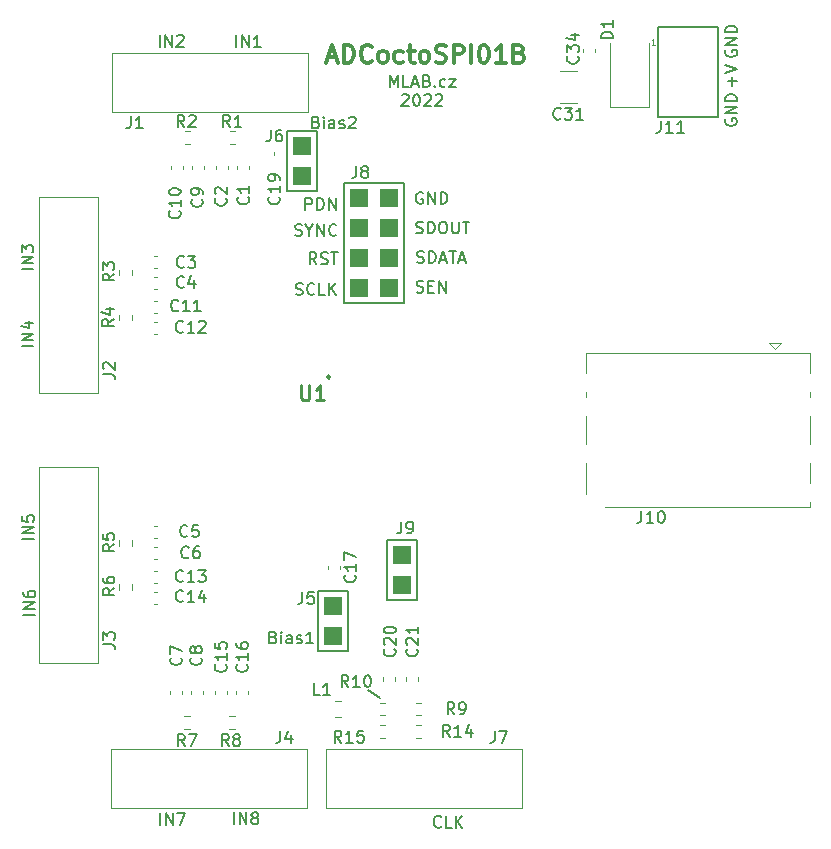
<source format=gbr>
%TF.GenerationSoftware,KiCad,Pcbnew,6.0.4-6f826c9f35~116~ubuntu20.04.1*%
%TF.CreationDate,2022-05-18T19:38:48+00:00*%
%TF.ProjectId,ADCoctoSPI01B,4144436f-6374-46f5-9350-493031422e6b,rev?*%
%TF.SameCoordinates,Original*%
%TF.FileFunction,Legend,Top*%
%TF.FilePolarity,Positive*%
%FSLAX46Y46*%
G04 Gerber Fmt 4.6, Leading zero omitted, Abs format (unit mm)*
G04 Created by KiCad (PCBNEW 6.0.4-6f826c9f35~116~ubuntu20.04.1) date 2022-05-18 19:38:48*
%MOMM*%
%LPD*%
G01*
G04 APERTURE LIST*
%ADD10C,0.150000*%
%ADD11C,0.200000*%
%ADD12C,0.300000*%
%ADD13C,0.050000*%
%ADD14C,0.254000*%
%ADD15C,0.120000*%
%ADD16C,0.250000*%
%ADD17R,1.524000X1.524000*%
G04 APERTURE END LIST*
D10*
X91100000Y-123600000D02*
X92100000Y-124300000D01*
X83100000Y-119128571D02*
X83242857Y-119176190D01*
X83290476Y-119223809D01*
X83338095Y-119319047D01*
X83338095Y-119461904D01*
X83290476Y-119557142D01*
X83242857Y-119604761D01*
X83147619Y-119652380D01*
X82766666Y-119652380D01*
X82766666Y-118652380D01*
X83100000Y-118652380D01*
X83195238Y-118700000D01*
X83242857Y-118747619D01*
X83290476Y-118842857D01*
X83290476Y-118938095D01*
X83242857Y-119033333D01*
X83195238Y-119080952D01*
X83100000Y-119128571D01*
X82766666Y-119128571D01*
X83766666Y-119652380D02*
X83766666Y-118985714D01*
X83766666Y-118652380D02*
X83719047Y-118700000D01*
X83766666Y-118747619D01*
X83814285Y-118700000D01*
X83766666Y-118652380D01*
X83766666Y-118747619D01*
X84671428Y-119652380D02*
X84671428Y-119128571D01*
X84623809Y-119033333D01*
X84528571Y-118985714D01*
X84338095Y-118985714D01*
X84242857Y-119033333D01*
X84671428Y-119604761D02*
X84576190Y-119652380D01*
X84338095Y-119652380D01*
X84242857Y-119604761D01*
X84195238Y-119509523D01*
X84195238Y-119414285D01*
X84242857Y-119319047D01*
X84338095Y-119271428D01*
X84576190Y-119271428D01*
X84671428Y-119223809D01*
X85100000Y-119604761D02*
X85195238Y-119652380D01*
X85385714Y-119652380D01*
X85480952Y-119604761D01*
X85528571Y-119509523D01*
X85528571Y-119461904D01*
X85480952Y-119366666D01*
X85385714Y-119319047D01*
X85242857Y-119319047D01*
X85147619Y-119271428D01*
X85100000Y-119176190D01*
X85100000Y-119128571D01*
X85147619Y-119033333D01*
X85242857Y-118985714D01*
X85385714Y-118985714D01*
X85480952Y-119033333D01*
X86480952Y-119652380D02*
X85909523Y-119652380D01*
X86195238Y-119652380D02*
X86195238Y-118652380D01*
X86100000Y-118795238D01*
X86004761Y-118890476D01*
X85909523Y-118938095D01*
D11*
X79975200Y-69184780D02*
X79975200Y-68184780D01*
X80451390Y-69184780D02*
X80451390Y-68184780D01*
X81022819Y-69184780D01*
X81022819Y-68184780D01*
X82022819Y-69184780D02*
X81451390Y-69184780D01*
X81737104Y-69184780D02*
X81737104Y-68184780D01*
X81641866Y-68327638D01*
X81546628Y-68422876D01*
X81451390Y-68470495D01*
X73523600Y-135021580D02*
X73523600Y-134021580D01*
X73999790Y-135021580D02*
X73999790Y-134021580D01*
X74571219Y-135021580D01*
X74571219Y-134021580D01*
X74952171Y-134021580D02*
X75618838Y-134021580D01*
X75190266Y-135021580D01*
X73472800Y-69133980D02*
X73472800Y-68133980D01*
X73948990Y-69133980D02*
X73948990Y-68133980D01*
X74520419Y-69133980D01*
X74520419Y-68133980D01*
X74948990Y-68229219D02*
X74996609Y-68181600D01*
X75091847Y-68133980D01*
X75329942Y-68133980D01*
X75425180Y-68181600D01*
X75472800Y-68229219D01*
X75520419Y-68324457D01*
X75520419Y-68419695D01*
X75472800Y-68562552D01*
X74901371Y-69133980D01*
X75520419Y-69133980D01*
X121940628Y-72437523D02*
X121940628Y-71675619D01*
X122321580Y-72056571D02*
X121559676Y-72056571D01*
X121321580Y-71342285D02*
X122321580Y-71008952D01*
X121321580Y-70675619D01*
X85009523Y-90104761D02*
X85152380Y-90152380D01*
X85390476Y-90152380D01*
X85485714Y-90104761D01*
X85533333Y-90057142D01*
X85580952Y-89961904D01*
X85580952Y-89866666D01*
X85533333Y-89771428D01*
X85485714Y-89723809D01*
X85390476Y-89676190D01*
X85200000Y-89628571D01*
X85104761Y-89580952D01*
X85057142Y-89533333D01*
X85009523Y-89438095D01*
X85009523Y-89342857D01*
X85057142Y-89247619D01*
X85104761Y-89200000D01*
X85200000Y-89152380D01*
X85438095Y-89152380D01*
X85580952Y-89200000D01*
X86580952Y-90057142D02*
X86533333Y-90104761D01*
X86390476Y-90152380D01*
X86295238Y-90152380D01*
X86152380Y-90104761D01*
X86057142Y-90009523D01*
X86009523Y-89914285D01*
X85961904Y-89723809D01*
X85961904Y-89580952D01*
X86009523Y-89390476D01*
X86057142Y-89295238D01*
X86152380Y-89200000D01*
X86295238Y-89152380D01*
X86390476Y-89152380D01*
X86533333Y-89200000D01*
X86580952Y-89247619D01*
X87485714Y-90152380D02*
X87009523Y-90152380D01*
X87009523Y-89152380D01*
X87819047Y-90152380D02*
X87819047Y-89152380D01*
X88390476Y-90152380D02*
X87961904Y-89580952D01*
X88390476Y-89152380D02*
X87819047Y-89723809D01*
D10*
X86700000Y-75528571D02*
X86842857Y-75576190D01*
X86890476Y-75623809D01*
X86938095Y-75719047D01*
X86938095Y-75861904D01*
X86890476Y-75957142D01*
X86842857Y-76004761D01*
X86747619Y-76052380D01*
X86366666Y-76052380D01*
X86366666Y-75052380D01*
X86700000Y-75052380D01*
X86795238Y-75100000D01*
X86842857Y-75147619D01*
X86890476Y-75242857D01*
X86890476Y-75338095D01*
X86842857Y-75433333D01*
X86795238Y-75480952D01*
X86700000Y-75528571D01*
X86366666Y-75528571D01*
X87366666Y-76052380D02*
X87366666Y-75385714D01*
X87366666Y-75052380D02*
X87319047Y-75100000D01*
X87366666Y-75147619D01*
X87414285Y-75100000D01*
X87366666Y-75052380D01*
X87366666Y-75147619D01*
X88271428Y-76052380D02*
X88271428Y-75528571D01*
X88223809Y-75433333D01*
X88128571Y-75385714D01*
X87938095Y-75385714D01*
X87842857Y-75433333D01*
X88271428Y-76004761D02*
X88176190Y-76052380D01*
X87938095Y-76052380D01*
X87842857Y-76004761D01*
X87795238Y-75909523D01*
X87795238Y-75814285D01*
X87842857Y-75719047D01*
X87938095Y-75671428D01*
X88176190Y-75671428D01*
X88271428Y-75623809D01*
X88700000Y-76004761D02*
X88795238Y-76052380D01*
X88985714Y-76052380D01*
X89080952Y-76004761D01*
X89128571Y-75909523D01*
X89128571Y-75861904D01*
X89080952Y-75766666D01*
X88985714Y-75719047D01*
X88842857Y-75719047D01*
X88747619Y-75671428D01*
X88700000Y-75576190D01*
X88700000Y-75528571D01*
X88747619Y-75433333D01*
X88842857Y-75385714D01*
X88985714Y-75385714D01*
X89080952Y-75433333D01*
X89509523Y-75147619D02*
X89557142Y-75100000D01*
X89652380Y-75052380D01*
X89890476Y-75052380D01*
X89985714Y-75100000D01*
X90033333Y-75147619D01*
X90080952Y-75242857D01*
X90080952Y-75338095D01*
X90033333Y-75480952D01*
X89461904Y-76052380D01*
X90080952Y-76052380D01*
D11*
X121400000Y-75261904D02*
X121352380Y-75357142D01*
X121352380Y-75500000D01*
X121400000Y-75642857D01*
X121495238Y-75738095D01*
X121590476Y-75785714D01*
X121780952Y-75833333D01*
X121923809Y-75833333D01*
X122114285Y-75785714D01*
X122209523Y-75738095D01*
X122304761Y-75642857D01*
X122352380Y-75500000D01*
X122352380Y-75404761D01*
X122304761Y-75261904D01*
X122257142Y-75214285D01*
X121923809Y-75214285D01*
X121923809Y-75404761D01*
X122352380Y-74785714D02*
X121352380Y-74785714D01*
X122352380Y-74214285D01*
X121352380Y-74214285D01*
X122352380Y-73738095D02*
X121352380Y-73738095D01*
X121352380Y-73500000D01*
X121400000Y-73357142D01*
X121495238Y-73261904D01*
X121590476Y-73214285D01*
X121780952Y-73166666D01*
X121923809Y-73166666D01*
X122114285Y-73214285D01*
X122209523Y-73261904D01*
X122304761Y-73357142D01*
X122352380Y-73500000D01*
X122352380Y-73738095D01*
X95238095Y-89904761D02*
X95380952Y-89952380D01*
X95619047Y-89952380D01*
X95714285Y-89904761D01*
X95761904Y-89857142D01*
X95809523Y-89761904D01*
X95809523Y-89666666D01*
X95761904Y-89571428D01*
X95714285Y-89523809D01*
X95619047Y-89476190D01*
X95428571Y-89428571D01*
X95333333Y-89380952D01*
X95285714Y-89333333D01*
X95238095Y-89238095D01*
X95238095Y-89142857D01*
X95285714Y-89047619D01*
X95333333Y-89000000D01*
X95428571Y-88952380D01*
X95666666Y-88952380D01*
X95809523Y-89000000D01*
X96238095Y-89428571D02*
X96571428Y-89428571D01*
X96714285Y-89952380D02*
X96238095Y-89952380D01*
X96238095Y-88952380D01*
X96714285Y-88952380D01*
X97142857Y-89952380D02*
X97142857Y-88952380D01*
X97714285Y-89952380D01*
X97714285Y-88952380D01*
X86752380Y-87552380D02*
X86419047Y-87076190D01*
X86180952Y-87552380D02*
X86180952Y-86552380D01*
X86561904Y-86552380D01*
X86657142Y-86600000D01*
X86704761Y-86647619D01*
X86752380Y-86742857D01*
X86752380Y-86885714D01*
X86704761Y-86980952D01*
X86657142Y-87028571D01*
X86561904Y-87076190D01*
X86180952Y-87076190D01*
X87133333Y-87504761D02*
X87276190Y-87552380D01*
X87514285Y-87552380D01*
X87609523Y-87504761D01*
X87657142Y-87457142D01*
X87704761Y-87361904D01*
X87704761Y-87266666D01*
X87657142Y-87171428D01*
X87609523Y-87123809D01*
X87514285Y-87076190D01*
X87323809Y-87028571D01*
X87228571Y-86980952D01*
X87180952Y-86933333D01*
X87133333Y-86838095D01*
X87133333Y-86742857D01*
X87180952Y-86647619D01*
X87228571Y-86600000D01*
X87323809Y-86552380D01*
X87561904Y-86552380D01*
X87704761Y-86600000D01*
X87990476Y-86552380D02*
X88561904Y-86552380D01*
X88276190Y-87552380D02*
X88276190Y-86552380D01*
X95738095Y-81500000D02*
X95642857Y-81452380D01*
X95500000Y-81452380D01*
X95357142Y-81500000D01*
X95261904Y-81595238D01*
X95214285Y-81690476D01*
X95166666Y-81880952D01*
X95166666Y-82023809D01*
X95214285Y-82214285D01*
X95261904Y-82309523D01*
X95357142Y-82404761D01*
X95500000Y-82452380D01*
X95595238Y-82452380D01*
X95738095Y-82404761D01*
X95785714Y-82357142D01*
X95785714Y-82023809D01*
X95595238Y-82023809D01*
X96214285Y-82452380D02*
X96214285Y-81452380D01*
X96785714Y-82452380D01*
X96785714Y-81452380D01*
X97261904Y-82452380D02*
X97261904Y-81452380D01*
X97500000Y-81452380D01*
X97642857Y-81500000D01*
X97738095Y-81595238D01*
X97785714Y-81690476D01*
X97833333Y-81880952D01*
X97833333Y-82023809D01*
X97785714Y-82214285D01*
X97738095Y-82309523D01*
X97642857Y-82404761D01*
X97500000Y-82452380D01*
X97261904Y-82452380D01*
X62936380Y-117230400D02*
X61936380Y-117230400D01*
X62936380Y-116754209D02*
X61936380Y-116754209D01*
X62936380Y-116182780D01*
X61936380Y-116182780D01*
X61936380Y-115278019D02*
X61936380Y-115468495D01*
X61984000Y-115563733D01*
X62031619Y-115611352D01*
X62174476Y-115706590D01*
X62364952Y-115754209D01*
X62745904Y-115754209D01*
X62841142Y-115706590D01*
X62888761Y-115658971D01*
X62936380Y-115563733D01*
X62936380Y-115373257D01*
X62888761Y-115278019D01*
X62841142Y-115230400D01*
X62745904Y-115182780D01*
X62507809Y-115182780D01*
X62412571Y-115230400D01*
X62364952Y-115278019D01*
X62317333Y-115373257D01*
X62317333Y-115563733D01*
X62364952Y-115658971D01*
X62412571Y-115706590D01*
X62507809Y-115754209D01*
X79772000Y-134970780D02*
X79772000Y-133970780D01*
X80248190Y-134970780D02*
X80248190Y-133970780D01*
X80819619Y-134970780D01*
X80819619Y-133970780D01*
X81438666Y-134399352D02*
X81343428Y-134351733D01*
X81295809Y-134304114D01*
X81248190Y-134208876D01*
X81248190Y-134161257D01*
X81295809Y-134066019D01*
X81343428Y-134018400D01*
X81438666Y-133970780D01*
X81629142Y-133970780D01*
X81724380Y-134018400D01*
X81772000Y-134066019D01*
X81819619Y-134161257D01*
X81819619Y-134208876D01*
X81772000Y-134304114D01*
X81724380Y-134351733D01*
X81629142Y-134399352D01*
X81438666Y-134399352D01*
X81343428Y-134446971D01*
X81295809Y-134494590D01*
X81248190Y-134589828D01*
X81248190Y-134780304D01*
X81295809Y-134875542D01*
X81343428Y-134923161D01*
X81438666Y-134970780D01*
X81629142Y-134970780D01*
X81724380Y-134923161D01*
X81772000Y-134875542D01*
X81819619Y-134780304D01*
X81819619Y-134589828D01*
X81772000Y-134494590D01*
X81724380Y-134446971D01*
X81629142Y-134399352D01*
X95276190Y-87404761D02*
X95419047Y-87452380D01*
X95657142Y-87452380D01*
X95752380Y-87404761D01*
X95800000Y-87357142D01*
X95847619Y-87261904D01*
X95847619Y-87166666D01*
X95800000Y-87071428D01*
X95752380Y-87023809D01*
X95657142Y-86976190D01*
X95466666Y-86928571D01*
X95371428Y-86880952D01*
X95323809Y-86833333D01*
X95276190Y-86738095D01*
X95276190Y-86642857D01*
X95323809Y-86547619D01*
X95371428Y-86500000D01*
X95466666Y-86452380D01*
X95704761Y-86452380D01*
X95847619Y-86500000D01*
X96276190Y-87452380D02*
X96276190Y-86452380D01*
X96514285Y-86452380D01*
X96657142Y-86500000D01*
X96752380Y-86595238D01*
X96800000Y-86690476D01*
X96847619Y-86880952D01*
X96847619Y-87023809D01*
X96800000Y-87214285D01*
X96752380Y-87309523D01*
X96657142Y-87404761D01*
X96514285Y-87452380D01*
X96276190Y-87452380D01*
X97228571Y-87166666D02*
X97704761Y-87166666D01*
X97133333Y-87452380D02*
X97466666Y-86452380D01*
X97800000Y-87452380D01*
X97990476Y-86452380D02*
X98561904Y-86452380D01*
X98276190Y-87452380D02*
X98276190Y-86452380D01*
X98847619Y-87166666D02*
X99323809Y-87166666D01*
X98752380Y-87452380D02*
X99085714Y-86452380D01*
X99419047Y-87452380D01*
X62834780Y-110829600D02*
X61834780Y-110829600D01*
X62834780Y-110353409D02*
X61834780Y-110353409D01*
X62834780Y-109781980D01*
X61834780Y-109781980D01*
X61834780Y-108829600D02*
X61834780Y-109305790D01*
X62310971Y-109353409D01*
X62263352Y-109305790D01*
X62215733Y-109210552D01*
X62215733Y-108972457D01*
X62263352Y-108877219D01*
X62310971Y-108829600D01*
X62406209Y-108781980D01*
X62644304Y-108781980D01*
X62739542Y-108829600D01*
X62787161Y-108877219D01*
X62834780Y-108972457D01*
X62834780Y-109210552D01*
X62787161Y-109305790D01*
X62739542Y-109353409D01*
X97304761Y-135157142D02*
X97257142Y-135204761D01*
X97114285Y-135252380D01*
X97019047Y-135252380D01*
X96876190Y-135204761D01*
X96780952Y-135109523D01*
X96733333Y-135014285D01*
X96685714Y-134823809D01*
X96685714Y-134680952D01*
X96733333Y-134490476D01*
X96780952Y-134395238D01*
X96876190Y-134300000D01*
X97019047Y-134252380D01*
X97114285Y-134252380D01*
X97257142Y-134300000D01*
X97304761Y-134347619D01*
X98209523Y-135252380D02*
X97733333Y-135252380D01*
X97733333Y-134252380D01*
X98542857Y-135252380D02*
X98542857Y-134252380D01*
X99114285Y-135252380D02*
X98685714Y-134680952D01*
X99114285Y-134252380D02*
X98542857Y-134823809D01*
X85814285Y-82952380D02*
X85814285Y-81952380D01*
X86195238Y-81952380D01*
X86290476Y-82000000D01*
X86338095Y-82047619D01*
X86385714Y-82142857D01*
X86385714Y-82285714D01*
X86338095Y-82380952D01*
X86290476Y-82428571D01*
X86195238Y-82476190D01*
X85814285Y-82476190D01*
X86814285Y-82952380D02*
X86814285Y-81952380D01*
X87052380Y-81952380D01*
X87195238Y-82000000D01*
X87290476Y-82095238D01*
X87338095Y-82190476D01*
X87385714Y-82380952D01*
X87385714Y-82523809D01*
X87338095Y-82714285D01*
X87290476Y-82809523D01*
X87195238Y-82904761D01*
X87052380Y-82952380D01*
X86814285Y-82952380D01*
X87814285Y-82952380D02*
X87814285Y-81952380D01*
X88385714Y-82952380D01*
X88385714Y-81952380D01*
D10*
X92961904Y-72547380D02*
X92961904Y-71547380D01*
X93295238Y-72261666D01*
X93628571Y-71547380D01*
X93628571Y-72547380D01*
X94580952Y-72547380D02*
X94104761Y-72547380D01*
X94104761Y-71547380D01*
X94866666Y-72261666D02*
X95342857Y-72261666D01*
X94771428Y-72547380D02*
X95104761Y-71547380D01*
X95438095Y-72547380D01*
X96104761Y-72023571D02*
X96247619Y-72071190D01*
X96295238Y-72118809D01*
X96342857Y-72214047D01*
X96342857Y-72356904D01*
X96295238Y-72452142D01*
X96247619Y-72499761D01*
X96152380Y-72547380D01*
X95771428Y-72547380D01*
X95771428Y-71547380D01*
X96104761Y-71547380D01*
X96200000Y-71595000D01*
X96247619Y-71642619D01*
X96295238Y-71737857D01*
X96295238Y-71833095D01*
X96247619Y-71928333D01*
X96200000Y-71975952D01*
X96104761Y-72023571D01*
X95771428Y-72023571D01*
X96771428Y-72452142D02*
X96819047Y-72499761D01*
X96771428Y-72547380D01*
X96723809Y-72499761D01*
X96771428Y-72452142D01*
X96771428Y-72547380D01*
X97676190Y-72499761D02*
X97580952Y-72547380D01*
X97390476Y-72547380D01*
X97295238Y-72499761D01*
X97247619Y-72452142D01*
X97200000Y-72356904D01*
X97200000Y-72071190D01*
X97247619Y-71975952D01*
X97295238Y-71928333D01*
X97390476Y-71880714D01*
X97580952Y-71880714D01*
X97676190Y-71928333D01*
X98009523Y-71880714D02*
X98533333Y-71880714D01*
X98009523Y-72547380D01*
X98533333Y-72547380D01*
X93985714Y-73252619D02*
X94033333Y-73205000D01*
X94128571Y-73157380D01*
X94366666Y-73157380D01*
X94461904Y-73205000D01*
X94509523Y-73252619D01*
X94557142Y-73347857D01*
X94557142Y-73443095D01*
X94509523Y-73585952D01*
X93938095Y-74157380D01*
X94557142Y-74157380D01*
X95176190Y-73157380D02*
X95271428Y-73157380D01*
X95366666Y-73205000D01*
X95414285Y-73252619D01*
X95461904Y-73347857D01*
X95509523Y-73538333D01*
X95509523Y-73776428D01*
X95461904Y-73966904D01*
X95414285Y-74062142D01*
X95366666Y-74109761D01*
X95271428Y-74157380D01*
X95176190Y-74157380D01*
X95080952Y-74109761D01*
X95033333Y-74062142D01*
X94985714Y-73966904D01*
X94938095Y-73776428D01*
X94938095Y-73538333D01*
X94985714Y-73347857D01*
X95033333Y-73252619D01*
X95080952Y-73205000D01*
X95176190Y-73157380D01*
X95890476Y-73252619D02*
X95938095Y-73205000D01*
X96033333Y-73157380D01*
X96271428Y-73157380D01*
X96366666Y-73205000D01*
X96414285Y-73252619D01*
X96461904Y-73347857D01*
X96461904Y-73443095D01*
X96414285Y-73585952D01*
X95842857Y-74157380D01*
X96461904Y-74157380D01*
X96842857Y-73252619D02*
X96890476Y-73205000D01*
X96985714Y-73157380D01*
X97223809Y-73157380D01*
X97319047Y-73205000D01*
X97366666Y-73252619D01*
X97414285Y-73347857D01*
X97414285Y-73443095D01*
X97366666Y-73585952D01*
X96795238Y-74157380D01*
X97414285Y-74157380D01*
D11*
X84961904Y-85104761D02*
X85104761Y-85152380D01*
X85342857Y-85152380D01*
X85438095Y-85104761D01*
X85485714Y-85057142D01*
X85533333Y-84961904D01*
X85533333Y-84866666D01*
X85485714Y-84771428D01*
X85438095Y-84723809D01*
X85342857Y-84676190D01*
X85152380Y-84628571D01*
X85057142Y-84580952D01*
X85009523Y-84533333D01*
X84961904Y-84438095D01*
X84961904Y-84342857D01*
X85009523Y-84247619D01*
X85057142Y-84200000D01*
X85152380Y-84152380D01*
X85390476Y-84152380D01*
X85533333Y-84200000D01*
X86152380Y-84676190D02*
X86152380Y-85152380D01*
X85819047Y-84152380D02*
X86152380Y-84676190D01*
X86485714Y-84152380D01*
X86819047Y-85152380D02*
X86819047Y-84152380D01*
X87390476Y-85152380D01*
X87390476Y-84152380D01*
X88438095Y-85057142D02*
X88390476Y-85104761D01*
X88247619Y-85152380D01*
X88152380Y-85152380D01*
X88009523Y-85104761D01*
X87914285Y-85009523D01*
X87866666Y-84914285D01*
X87819047Y-84723809D01*
X87819047Y-84580952D01*
X87866666Y-84390476D01*
X87914285Y-84295238D01*
X88009523Y-84200000D01*
X88152380Y-84152380D01*
X88247619Y-84152380D01*
X88390476Y-84200000D01*
X88438095Y-84247619D01*
X62783980Y-87969600D02*
X61783980Y-87969600D01*
X62783980Y-87493409D02*
X61783980Y-87493409D01*
X62783980Y-86921980D01*
X61783980Y-86921980D01*
X61783980Y-86541028D02*
X61783980Y-85921980D01*
X62164933Y-86255314D01*
X62164933Y-86112457D01*
X62212552Y-86017219D01*
X62260171Y-85969600D01*
X62355409Y-85921980D01*
X62593504Y-85921980D01*
X62688742Y-85969600D01*
X62736361Y-86017219D01*
X62783980Y-86112457D01*
X62783980Y-86398171D01*
X62736361Y-86493409D01*
X62688742Y-86541028D01*
X95185714Y-84904761D02*
X95328571Y-84952380D01*
X95566666Y-84952380D01*
X95661904Y-84904761D01*
X95709523Y-84857142D01*
X95757142Y-84761904D01*
X95757142Y-84666666D01*
X95709523Y-84571428D01*
X95661904Y-84523809D01*
X95566666Y-84476190D01*
X95376190Y-84428571D01*
X95280952Y-84380952D01*
X95233333Y-84333333D01*
X95185714Y-84238095D01*
X95185714Y-84142857D01*
X95233333Y-84047619D01*
X95280952Y-84000000D01*
X95376190Y-83952380D01*
X95614285Y-83952380D01*
X95757142Y-84000000D01*
X96185714Y-84952380D02*
X96185714Y-83952380D01*
X96423809Y-83952380D01*
X96566666Y-84000000D01*
X96661904Y-84095238D01*
X96709523Y-84190476D01*
X96757142Y-84380952D01*
X96757142Y-84523809D01*
X96709523Y-84714285D01*
X96661904Y-84809523D01*
X96566666Y-84904761D01*
X96423809Y-84952380D01*
X96185714Y-84952380D01*
X97376190Y-83952380D02*
X97566666Y-83952380D01*
X97661904Y-84000000D01*
X97757142Y-84095238D01*
X97804761Y-84285714D01*
X97804761Y-84619047D01*
X97757142Y-84809523D01*
X97661904Y-84904761D01*
X97566666Y-84952380D01*
X97376190Y-84952380D01*
X97280952Y-84904761D01*
X97185714Y-84809523D01*
X97138095Y-84619047D01*
X97138095Y-84285714D01*
X97185714Y-84095238D01*
X97280952Y-84000000D01*
X97376190Y-83952380D01*
X98233333Y-83952380D02*
X98233333Y-84761904D01*
X98280952Y-84857142D01*
X98328571Y-84904761D01*
X98423809Y-84952380D01*
X98614285Y-84952380D01*
X98709523Y-84904761D01*
X98757142Y-84857142D01*
X98804761Y-84761904D01*
X98804761Y-83952380D01*
X99138095Y-83952380D02*
X99709523Y-83952380D01*
X99423809Y-84952380D02*
X99423809Y-83952380D01*
X121420000Y-69443504D02*
X121372380Y-69538742D01*
X121372380Y-69681600D01*
X121420000Y-69824457D01*
X121515238Y-69919695D01*
X121610476Y-69967314D01*
X121800952Y-70014933D01*
X121943809Y-70014933D01*
X122134285Y-69967314D01*
X122229523Y-69919695D01*
X122324761Y-69824457D01*
X122372380Y-69681600D01*
X122372380Y-69586361D01*
X122324761Y-69443504D01*
X122277142Y-69395885D01*
X121943809Y-69395885D01*
X121943809Y-69586361D01*
X122372380Y-68967314D02*
X121372380Y-68967314D01*
X122372380Y-68395885D01*
X121372380Y-68395885D01*
X122372380Y-67919695D02*
X121372380Y-67919695D01*
X121372380Y-67681600D01*
X121420000Y-67538742D01*
X121515238Y-67443504D01*
X121610476Y-67395885D01*
X121800952Y-67348266D01*
X121943809Y-67348266D01*
X122134285Y-67395885D01*
X122229523Y-67443504D01*
X122324761Y-67538742D01*
X122372380Y-67681600D01*
X122372380Y-67919695D01*
X62783980Y-94472000D02*
X61783980Y-94472000D01*
X62783980Y-93995809D02*
X61783980Y-93995809D01*
X62783980Y-93424380D01*
X61783980Y-93424380D01*
X62117314Y-92519619D02*
X62783980Y-92519619D01*
X61736361Y-92757714D02*
X62450647Y-92995809D01*
X62450647Y-92376761D01*
D12*
X87714285Y-70050000D02*
X88428571Y-70050000D01*
X87571428Y-70478571D02*
X88071428Y-68978571D01*
X88571428Y-70478571D01*
X89071428Y-70478571D02*
X89071428Y-68978571D01*
X89428571Y-68978571D01*
X89642857Y-69050000D01*
X89785714Y-69192857D01*
X89857142Y-69335714D01*
X89928571Y-69621428D01*
X89928571Y-69835714D01*
X89857142Y-70121428D01*
X89785714Y-70264285D01*
X89642857Y-70407142D01*
X89428571Y-70478571D01*
X89071428Y-70478571D01*
X91428571Y-70335714D02*
X91357142Y-70407142D01*
X91142857Y-70478571D01*
X91000000Y-70478571D01*
X90785714Y-70407142D01*
X90642857Y-70264285D01*
X90571428Y-70121428D01*
X90500000Y-69835714D01*
X90500000Y-69621428D01*
X90571428Y-69335714D01*
X90642857Y-69192857D01*
X90785714Y-69050000D01*
X91000000Y-68978571D01*
X91142857Y-68978571D01*
X91357142Y-69050000D01*
X91428571Y-69121428D01*
X92285714Y-70478571D02*
X92142857Y-70407142D01*
X92071428Y-70335714D01*
X92000000Y-70192857D01*
X92000000Y-69764285D01*
X92071428Y-69621428D01*
X92142857Y-69550000D01*
X92285714Y-69478571D01*
X92500000Y-69478571D01*
X92642857Y-69550000D01*
X92714285Y-69621428D01*
X92785714Y-69764285D01*
X92785714Y-70192857D01*
X92714285Y-70335714D01*
X92642857Y-70407142D01*
X92500000Y-70478571D01*
X92285714Y-70478571D01*
X94071428Y-70407142D02*
X93928571Y-70478571D01*
X93642857Y-70478571D01*
X93500000Y-70407142D01*
X93428571Y-70335714D01*
X93357142Y-70192857D01*
X93357142Y-69764285D01*
X93428571Y-69621428D01*
X93500000Y-69550000D01*
X93642857Y-69478571D01*
X93928571Y-69478571D01*
X94071428Y-69550000D01*
X94500000Y-69478571D02*
X95071428Y-69478571D01*
X94714285Y-68978571D02*
X94714285Y-70264285D01*
X94785714Y-70407142D01*
X94928571Y-70478571D01*
X95071428Y-70478571D01*
X95785714Y-70478571D02*
X95642857Y-70407142D01*
X95571428Y-70335714D01*
X95500000Y-70192857D01*
X95500000Y-69764285D01*
X95571428Y-69621428D01*
X95642857Y-69550000D01*
X95785714Y-69478571D01*
X96000000Y-69478571D01*
X96142857Y-69550000D01*
X96214285Y-69621428D01*
X96285714Y-69764285D01*
X96285714Y-70192857D01*
X96214285Y-70335714D01*
X96142857Y-70407142D01*
X96000000Y-70478571D01*
X95785714Y-70478571D01*
X96857142Y-70407142D02*
X97071428Y-70478571D01*
X97428571Y-70478571D01*
X97571428Y-70407142D01*
X97642857Y-70335714D01*
X97714285Y-70192857D01*
X97714285Y-70050000D01*
X97642857Y-69907142D01*
X97571428Y-69835714D01*
X97428571Y-69764285D01*
X97142857Y-69692857D01*
X97000000Y-69621428D01*
X96928571Y-69550000D01*
X96857142Y-69407142D01*
X96857142Y-69264285D01*
X96928571Y-69121428D01*
X97000000Y-69050000D01*
X97142857Y-68978571D01*
X97500000Y-68978571D01*
X97714285Y-69050000D01*
X98357142Y-70478571D02*
X98357142Y-68978571D01*
X98928571Y-68978571D01*
X99071428Y-69050000D01*
X99142857Y-69121428D01*
X99214285Y-69264285D01*
X99214285Y-69478571D01*
X99142857Y-69621428D01*
X99071428Y-69692857D01*
X98928571Y-69764285D01*
X98357142Y-69764285D01*
X99857142Y-70478571D02*
X99857142Y-68978571D01*
X100857142Y-68978571D02*
X101000000Y-68978571D01*
X101142857Y-69050000D01*
X101214285Y-69121428D01*
X101285714Y-69264285D01*
X101357142Y-69550000D01*
X101357142Y-69907142D01*
X101285714Y-70192857D01*
X101214285Y-70335714D01*
X101142857Y-70407142D01*
X101000000Y-70478571D01*
X100857142Y-70478571D01*
X100714285Y-70407142D01*
X100642857Y-70335714D01*
X100571428Y-70192857D01*
X100500000Y-69907142D01*
X100500000Y-69550000D01*
X100571428Y-69264285D01*
X100642857Y-69121428D01*
X100714285Y-69050000D01*
X100857142Y-68978571D01*
X102785714Y-70478571D02*
X101928571Y-70478571D01*
X102357142Y-70478571D02*
X102357142Y-68978571D01*
X102214285Y-69192857D01*
X102071428Y-69335714D01*
X101928571Y-69407142D01*
X103928571Y-69692857D02*
X104142857Y-69764285D01*
X104214285Y-69835714D01*
X104285714Y-69978571D01*
X104285714Y-70192857D01*
X104214285Y-70335714D01*
X104142857Y-70407142D01*
X104000000Y-70478571D01*
X103428571Y-70478571D01*
X103428571Y-68978571D01*
X103928571Y-68978571D01*
X104071428Y-69050000D01*
X104142857Y-69121428D01*
X104214285Y-69264285D01*
X104214285Y-69407142D01*
X104142857Y-69550000D01*
X104071428Y-69621428D01*
X103928571Y-69692857D01*
X103428571Y-69692857D01*
D10*
%TO.C,C31*%
X107434142Y-75214782D02*
X107386523Y-75262401D01*
X107243666Y-75310020D01*
X107148428Y-75310020D01*
X107005571Y-75262401D01*
X106910333Y-75167163D01*
X106862714Y-75071925D01*
X106815095Y-74881449D01*
X106815095Y-74738592D01*
X106862714Y-74548116D01*
X106910333Y-74452878D01*
X107005571Y-74357640D01*
X107148428Y-74310020D01*
X107243666Y-74310020D01*
X107386523Y-74357640D01*
X107434142Y-74405259D01*
X107767476Y-74310020D02*
X108386523Y-74310020D01*
X108053190Y-74690973D01*
X108196047Y-74690973D01*
X108291285Y-74738592D01*
X108338904Y-74786211D01*
X108386523Y-74881449D01*
X108386523Y-75119544D01*
X108338904Y-75214782D01*
X108291285Y-75262401D01*
X108196047Y-75310020D01*
X107910333Y-75310020D01*
X107815095Y-75262401D01*
X107767476Y-75214782D01*
X109338904Y-75310020D02*
X108767476Y-75310020D01*
X109053190Y-75310020D02*
X109053190Y-74310020D01*
X108957952Y-74452878D01*
X108862714Y-74548116D01*
X108767476Y-74595735D01*
%TO.C,D1*%
X111852380Y-68438095D02*
X110852380Y-68438095D01*
X110852380Y-68200000D01*
X110900000Y-68057142D01*
X110995238Y-67961904D01*
X111090476Y-67914285D01*
X111280952Y-67866666D01*
X111423809Y-67866666D01*
X111614285Y-67914285D01*
X111709523Y-67961904D01*
X111804761Y-68057142D01*
X111852380Y-68200000D01*
X111852380Y-68438095D01*
X111852380Y-66914285D02*
X111852380Y-67485714D01*
X111852380Y-67200000D02*
X110852380Y-67200000D01*
X110995238Y-67295238D01*
X111090476Y-67390476D01*
X111138095Y-67485714D01*
%TO.C,R1*%
X79436933Y-75941180D02*
X79103600Y-75464990D01*
X78865504Y-75941180D02*
X78865504Y-74941180D01*
X79246457Y-74941180D01*
X79341695Y-74988800D01*
X79389314Y-75036419D01*
X79436933Y-75131657D01*
X79436933Y-75274514D01*
X79389314Y-75369752D01*
X79341695Y-75417371D01*
X79246457Y-75464990D01*
X78865504Y-75464990D01*
X80389314Y-75941180D02*
X79817885Y-75941180D01*
X80103600Y-75941180D02*
X80103600Y-74941180D01*
X80008361Y-75084038D01*
X79913123Y-75179276D01*
X79817885Y-75226895D01*
%TO.C,R2*%
X75576133Y-75941180D02*
X75242800Y-75464990D01*
X75004704Y-75941180D02*
X75004704Y-74941180D01*
X75385657Y-74941180D01*
X75480895Y-74988800D01*
X75528514Y-75036419D01*
X75576133Y-75131657D01*
X75576133Y-75274514D01*
X75528514Y-75369752D01*
X75480895Y-75417371D01*
X75385657Y-75464990D01*
X75004704Y-75464990D01*
X75957085Y-75036419D02*
X76004704Y-74988800D01*
X76099942Y-74941180D01*
X76338038Y-74941180D01*
X76433276Y-74988800D01*
X76480895Y-75036419D01*
X76528514Y-75131657D01*
X76528514Y-75226895D01*
X76480895Y-75369752D01*
X75909466Y-75941180D01*
X76528514Y-75941180D01*
%TO.C,R3*%
X69641980Y-88355466D02*
X69165790Y-88688800D01*
X69641980Y-88926895D02*
X68641980Y-88926895D01*
X68641980Y-88545942D01*
X68689600Y-88450704D01*
X68737219Y-88403085D01*
X68832457Y-88355466D01*
X68975314Y-88355466D01*
X69070552Y-88403085D01*
X69118171Y-88450704D01*
X69165790Y-88545942D01*
X69165790Y-88926895D01*
X68641980Y-88022133D02*
X68641980Y-87403085D01*
X69022933Y-87736419D01*
X69022933Y-87593561D01*
X69070552Y-87498323D01*
X69118171Y-87450704D01*
X69213409Y-87403085D01*
X69451504Y-87403085D01*
X69546742Y-87450704D01*
X69594361Y-87498323D01*
X69641980Y-87593561D01*
X69641980Y-87879276D01*
X69594361Y-87974514D01*
X69546742Y-88022133D01*
%TO.C,R4*%
X69591180Y-92216266D02*
X69114990Y-92549600D01*
X69591180Y-92787695D02*
X68591180Y-92787695D01*
X68591180Y-92406742D01*
X68638800Y-92311504D01*
X68686419Y-92263885D01*
X68781657Y-92216266D01*
X68924514Y-92216266D01*
X69019752Y-92263885D01*
X69067371Y-92311504D01*
X69114990Y-92406742D01*
X69114990Y-92787695D01*
X68924514Y-91359123D02*
X69591180Y-91359123D01*
X68543561Y-91597219D02*
X69257847Y-91835314D01*
X69257847Y-91216266D01*
%TO.C,R5*%
X69652380Y-111266666D02*
X69176190Y-111600000D01*
X69652380Y-111838095D02*
X68652380Y-111838095D01*
X68652380Y-111457142D01*
X68700000Y-111361904D01*
X68747619Y-111314285D01*
X68842857Y-111266666D01*
X68985714Y-111266666D01*
X69080952Y-111314285D01*
X69128571Y-111361904D01*
X69176190Y-111457142D01*
X69176190Y-111838095D01*
X68652380Y-110361904D02*
X68652380Y-110838095D01*
X69128571Y-110885714D01*
X69080952Y-110838095D01*
X69033333Y-110742857D01*
X69033333Y-110504761D01*
X69080952Y-110409523D01*
X69128571Y-110361904D01*
X69223809Y-110314285D01*
X69461904Y-110314285D01*
X69557142Y-110361904D01*
X69604761Y-110409523D01*
X69652380Y-110504761D01*
X69652380Y-110742857D01*
X69604761Y-110838095D01*
X69557142Y-110885714D01*
%TO.C,R6*%
X69652380Y-114966666D02*
X69176190Y-115300000D01*
X69652380Y-115538095D02*
X68652380Y-115538095D01*
X68652380Y-115157142D01*
X68700000Y-115061904D01*
X68747619Y-115014285D01*
X68842857Y-114966666D01*
X68985714Y-114966666D01*
X69080952Y-115014285D01*
X69128571Y-115061904D01*
X69176190Y-115157142D01*
X69176190Y-115538095D01*
X68652380Y-114109523D02*
X68652380Y-114300000D01*
X68700000Y-114395238D01*
X68747619Y-114442857D01*
X68890476Y-114538095D01*
X69080952Y-114585714D01*
X69461904Y-114585714D01*
X69557142Y-114538095D01*
X69604761Y-114490476D01*
X69652380Y-114395238D01*
X69652380Y-114204761D01*
X69604761Y-114109523D01*
X69557142Y-114061904D01*
X69461904Y-114014285D01*
X69223809Y-114014285D01*
X69128571Y-114061904D01*
X69080952Y-114109523D01*
X69033333Y-114204761D01*
X69033333Y-114395238D01*
X69080952Y-114490476D01*
X69128571Y-114538095D01*
X69223809Y-114585714D01*
%TO.C,R7*%
X75601533Y-128352380D02*
X75268200Y-127876190D01*
X75030104Y-128352380D02*
X75030104Y-127352380D01*
X75411057Y-127352380D01*
X75506295Y-127400000D01*
X75553914Y-127447619D01*
X75601533Y-127542857D01*
X75601533Y-127685714D01*
X75553914Y-127780952D01*
X75506295Y-127828571D01*
X75411057Y-127876190D01*
X75030104Y-127876190D01*
X75934866Y-127352380D02*
X76601533Y-127352380D01*
X76172961Y-128352380D01*
%TO.C,R8*%
X79333333Y-128352380D02*
X79000000Y-127876190D01*
X78761904Y-128352380D02*
X78761904Y-127352380D01*
X79142857Y-127352380D01*
X79238095Y-127400000D01*
X79285714Y-127447619D01*
X79333333Y-127542857D01*
X79333333Y-127685714D01*
X79285714Y-127780952D01*
X79238095Y-127828571D01*
X79142857Y-127876190D01*
X78761904Y-127876190D01*
X79904761Y-127780952D02*
X79809523Y-127733333D01*
X79761904Y-127685714D01*
X79714285Y-127590476D01*
X79714285Y-127542857D01*
X79761904Y-127447619D01*
X79809523Y-127400000D01*
X79904761Y-127352380D01*
X80095238Y-127352380D01*
X80190476Y-127400000D01*
X80238095Y-127447619D01*
X80285714Y-127542857D01*
X80285714Y-127590476D01*
X80238095Y-127685714D01*
X80190476Y-127733333D01*
X80095238Y-127780952D01*
X79904761Y-127780952D01*
X79809523Y-127828571D01*
X79761904Y-127876190D01*
X79714285Y-127971428D01*
X79714285Y-128161904D01*
X79761904Y-128257142D01*
X79809523Y-128304761D01*
X79904761Y-128352380D01*
X80095238Y-128352380D01*
X80190476Y-128304761D01*
X80238095Y-128257142D01*
X80285714Y-128161904D01*
X80285714Y-127971428D01*
X80238095Y-127876190D01*
X80190476Y-127828571D01*
X80095238Y-127780952D01*
%TO.C,R9*%
X98433333Y-125652380D02*
X98100000Y-125176190D01*
X97861904Y-125652380D02*
X97861904Y-124652380D01*
X98242857Y-124652380D01*
X98338095Y-124700000D01*
X98385714Y-124747619D01*
X98433333Y-124842857D01*
X98433333Y-124985714D01*
X98385714Y-125080952D01*
X98338095Y-125128571D01*
X98242857Y-125176190D01*
X97861904Y-125176190D01*
X98909523Y-125652380D02*
X99100000Y-125652380D01*
X99195238Y-125604761D01*
X99242857Y-125557142D01*
X99338095Y-125414285D01*
X99385714Y-125223809D01*
X99385714Y-124842857D01*
X99338095Y-124747619D01*
X99290476Y-124700000D01*
X99195238Y-124652380D01*
X99004761Y-124652380D01*
X98909523Y-124700000D01*
X98861904Y-124747619D01*
X98814285Y-124842857D01*
X98814285Y-125080952D01*
X98861904Y-125176190D01*
X98909523Y-125223809D01*
X99004761Y-125271428D01*
X99195238Y-125271428D01*
X99290476Y-125223809D01*
X99338095Y-125176190D01*
X99385714Y-125080952D01*
%TO.C,R14*%
X98057142Y-127552380D02*
X97723809Y-127076190D01*
X97485714Y-127552380D02*
X97485714Y-126552380D01*
X97866666Y-126552380D01*
X97961904Y-126600000D01*
X98009523Y-126647619D01*
X98057142Y-126742857D01*
X98057142Y-126885714D01*
X98009523Y-126980952D01*
X97961904Y-127028571D01*
X97866666Y-127076190D01*
X97485714Y-127076190D01*
X99009523Y-127552380D02*
X98438095Y-127552380D01*
X98723809Y-127552380D02*
X98723809Y-126552380D01*
X98628571Y-126695238D01*
X98533333Y-126790476D01*
X98438095Y-126838095D01*
X99866666Y-126885714D02*
X99866666Y-127552380D01*
X99628571Y-126504761D02*
X99390476Y-127219047D01*
X100009523Y-127219047D01*
%TO.C,R10*%
X89457142Y-123352380D02*
X89123809Y-122876190D01*
X88885714Y-123352380D02*
X88885714Y-122352380D01*
X89266666Y-122352380D01*
X89361904Y-122400000D01*
X89409523Y-122447619D01*
X89457142Y-122542857D01*
X89457142Y-122685714D01*
X89409523Y-122780952D01*
X89361904Y-122828571D01*
X89266666Y-122876190D01*
X88885714Y-122876190D01*
X90409523Y-123352380D02*
X89838095Y-123352380D01*
X90123809Y-123352380D02*
X90123809Y-122352380D01*
X90028571Y-122495238D01*
X89933333Y-122590476D01*
X89838095Y-122638095D01*
X91028571Y-122352380D02*
X91123809Y-122352380D01*
X91219047Y-122400000D01*
X91266666Y-122447619D01*
X91314285Y-122542857D01*
X91361904Y-122733333D01*
X91361904Y-122971428D01*
X91314285Y-123161904D01*
X91266666Y-123257142D01*
X91219047Y-123304761D01*
X91123809Y-123352380D01*
X91028571Y-123352380D01*
X90933333Y-123304761D01*
X90885714Y-123257142D01*
X90838095Y-123161904D01*
X90790476Y-122971428D01*
X90790476Y-122733333D01*
X90838095Y-122542857D01*
X90885714Y-122447619D01*
X90933333Y-122400000D01*
X91028571Y-122352380D01*
%TO.C,R15*%
X88857142Y-128052380D02*
X88523809Y-127576190D01*
X88285714Y-128052380D02*
X88285714Y-127052380D01*
X88666666Y-127052380D01*
X88761904Y-127100000D01*
X88809523Y-127147619D01*
X88857142Y-127242857D01*
X88857142Y-127385714D01*
X88809523Y-127480952D01*
X88761904Y-127528571D01*
X88666666Y-127576190D01*
X88285714Y-127576190D01*
X89809523Y-128052380D02*
X89238095Y-128052380D01*
X89523809Y-128052380D02*
X89523809Y-127052380D01*
X89428571Y-127195238D01*
X89333333Y-127290476D01*
X89238095Y-127338095D01*
X90714285Y-127052380D02*
X90238095Y-127052380D01*
X90190476Y-127528571D01*
X90238095Y-127480952D01*
X90333333Y-127433333D01*
X90571428Y-127433333D01*
X90666666Y-127480952D01*
X90714285Y-127528571D01*
X90761904Y-127623809D01*
X90761904Y-127861904D01*
X90714285Y-127957142D01*
X90666666Y-128004761D01*
X90571428Y-128052380D01*
X90333333Y-128052380D01*
X90238095Y-128004761D01*
X90190476Y-127957142D01*
%TO.C,C34*%
X108857142Y-69942857D02*
X108904761Y-69990476D01*
X108952380Y-70133333D01*
X108952380Y-70228571D01*
X108904761Y-70371428D01*
X108809523Y-70466666D01*
X108714285Y-70514285D01*
X108523809Y-70561904D01*
X108380952Y-70561904D01*
X108190476Y-70514285D01*
X108095238Y-70466666D01*
X108000000Y-70371428D01*
X107952380Y-70228571D01*
X107952380Y-70133333D01*
X108000000Y-69990476D01*
X108047619Y-69942857D01*
X107952380Y-69609523D02*
X107952380Y-68990476D01*
X108333333Y-69323809D01*
X108333333Y-69180952D01*
X108380952Y-69085714D01*
X108428571Y-69038095D01*
X108523809Y-68990476D01*
X108761904Y-68990476D01*
X108857142Y-69038095D01*
X108904761Y-69085714D01*
X108952380Y-69180952D01*
X108952380Y-69466666D01*
X108904761Y-69561904D01*
X108857142Y-69609523D01*
X108285714Y-68133333D02*
X108952380Y-68133333D01*
X107904761Y-68371428D02*
X108619047Y-68609523D01*
X108619047Y-67990476D01*
%TO.C,C1*%
X80957142Y-81866666D02*
X81004761Y-81914285D01*
X81052380Y-82057142D01*
X81052380Y-82152380D01*
X81004761Y-82295238D01*
X80909523Y-82390476D01*
X80814285Y-82438095D01*
X80623809Y-82485714D01*
X80480952Y-82485714D01*
X80290476Y-82438095D01*
X80195238Y-82390476D01*
X80100000Y-82295238D01*
X80052380Y-82152380D01*
X80052380Y-82057142D01*
X80100000Y-81914285D01*
X80147619Y-81866666D01*
X81052380Y-80914285D02*
X81052380Y-81485714D01*
X81052380Y-81200000D02*
X80052380Y-81200000D01*
X80195238Y-81295238D01*
X80290476Y-81390476D01*
X80338095Y-81485714D01*
%TO.C,C2*%
X79057142Y-81966666D02*
X79104761Y-82014285D01*
X79152380Y-82157142D01*
X79152380Y-82252380D01*
X79104761Y-82395238D01*
X79009523Y-82490476D01*
X78914285Y-82538095D01*
X78723809Y-82585714D01*
X78580952Y-82585714D01*
X78390476Y-82538095D01*
X78295238Y-82490476D01*
X78200000Y-82395238D01*
X78152380Y-82252380D01*
X78152380Y-82157142D01*
X78200000Y-82014285D01*
X78247619Y-81966666D01*
X78247619Y-81585714D02*
X78200000Y-81538095D01*
X78152380Y-81442857D01*
X78152380Y-81204761D01*
X78200000Y-81109523D01*
X78247619Y-81061904D01*
X78342857Y-81014285D01*
X78438095Y-81014285D01*
X78580952Y-81061904D01*
X79152380Y-81633333D01*
X79152380Y-81014285D01*
%TO.C,C9*%
X77057142Y-82066666D02*
X77104761Y-82114285D01*
X77152380Y-82257142D01*
X77152380Y-82352380D01*
X77104761Y-82495238D01*
X77009523Y-82590476D01*
X76914285Y-82638095D01*
X76723809Y-82685714D01*
X76580952Y-82685714D01*
X76390476Y-82638095D01*
X76295238Y-82590476D01*
X76200000Y-82495238D01*
X76152380Y-82352380D01*
X76152380Y-82257142D01*
X76200000Y-82114285D01*
X76247619Y-82066666D01*
X77152380Y-81590476D02*
X77152380Y-81400000D01*
X77104761Y-81304761D01*
X77057142Y-81257142D01*
X76914285Y-81161904D01*
X76723809Y-81114285D01*
X76342857Y-81114285D01*
X76247619Y-81161904D01*
X76200000Y-81209523D01*
X76152380Y-81304761D01*
X76152380Y-81495238D01*
X76200000Y-81590476D01*
X76247619Y-81638095D01*
X76342857Y-81685714D01*
X76580952Y-81685714D01*
X76676190Y-81638095D01*
X76723809Y-81590476D01*
X76771428Y-81495238D01*
X76771428Y-81304761D01*
X76723809Y-81209523D01*
X76676190Y-81161904D01*
X76580952Y-81114285D01*
%TO.C,C10*%
X75157142Y-83042857D02*
X75204761Y-83090476D01*
X75252380Y-83233333D01*
X75252380Y-83328571D01*
X75204761Y-83471428D01*
X75109523Y-83566666D01*
X75014285Y-83614285D01*
X74823809Y-83661904D01*
X74680952Y-83661904D01*
X74490476Y-83614285D01*
X74395238Y-83566666D01*
X74300000Y-83471428D01*
X74252380Y-83328571D01*
X74252380Y-83233333D01*
X74300000Y-83090476D01*
X74347619Y-83042857D01*
X75252380Y-82090476D02*
X75252380Y-82661904D01*
X75252380Y-82376190D02*
X74252380Y-82376190D01*
X74395238Y-82471428D01*
X74490476Y-82566666D01*
X74538095Y-82661904D01*
X74252380Y-81471428D02*
X74252380Y-81376190D01*
X74300000Y-81280952D01*
X74347619Y-81233333D01*
X74442857Y-81185714D01*
X74633333Y-81138095D01*
X74871428Y-81138095D01*
X75061904Y-81185714D01*
X75157142Y-81233333D01*
X75204761Y-81280952D01*
X75252380Y-81376190D01*
X75252380Y-81471428D01*
X75204761Y-81566666D01*
X75157142Y-81614285D01*
X75061904Y-81661904D01*
X74871428Y-81709523D01*
X74633333Y-81709523D01*
X74442857Y-81661904D01*
X74347619Y-81614285D01*
X74300000Y-81566666D01*
X74252380Y-81471428D01*
%TO.C,C3*%
X75533333Y-87757142D02*
X75485714Y-87804761D01*
X75342857Y-87852380D01*
X75247619Y-87852380D01*
X75104761Y-87804761D01*
X75009523Y-87709523D01*
X74961904Y-87614285D01*
X74914285Y-87423809D01*
X74914285Y-87280952D01*
X74961904Y-87090476D01*
X75009523Y-86995238D01*
X75104761Y-86900000D01*
X75247619Y-86852380D01*
X75342857Y-86852380D01*
X75485714Y-86900000D01*
X75533333Y-86947619D01*
X75866666Y-86852380D02*
X76485714Y-86852380D01*
X76152380Y-87233333D01*
X76295238Y-87233333D01*
X76390476Y-87280952D01*
X76438095Y-87328571D01*
X76485714Y-87423809D01*
X76485714Y-87661904D01*
X76438095Y-87757142D01*
X76390476Y-87804761D01*
X76295238Y-87852380D01*
X76009523Y-87852380D01*
X75914285Y-87804761D01*
X75866666Y-87757142D01*
%TO.C,C4*%
X75533333Y-89457142D02*
X75485714Y-89504761D01*
X75342857Y-89552380D01*
X75247619Y-89552380D01*
X75104761Y-89504761D01*
X75009523Y-89409523D01*
X74961904Y-89314285D01*
X74914285Y-89123809D01*
X74914285Y-88980952D01*
X74961904Y-88790476D01*
X75009523Y-88695238D01*
X75104761Y-88600000D01*
X75247619Y-88552380D01*
X75342857Y-88552380D01*
X75485714Y-88600000D01*
X75533333Y-88647619D01*
X76390476Y-88885714D02*
X76390476Y-89552380D01*
X76152380Y-88504761D02*
X75914285Y-89219047D01*
X76533333Y-89219047D01*
%TO.C,C11*%
X75057142Y-91457142D02*
X75009523Y-91504761D01*
X74866666Y-91552380D01*
X74771428Y-91552380D01*
X74628571Y-91504761D01*
X74533333Y-91409523D01*
X74485714Y-91314285D01*
X74438095Y-91123809D01*
X74438095Y-90980952D01*
X74485714Y-90790476D01*
X74533333Y-90695238D01*
X74628571Y-90600000D01*
X74771428Y-90552380D01*
X74866666Y-90552380D01*
X75009523Y-90600000D01*
X75057142Y-90647619D01*
X76009523Y-91552380D02*
X75438095Y-91552380D01*
X75723809Y-91552380D02*
X75723809Y-90552380D01*
X75628571Y-90695238D01*
X75533333Y-90790476D01*
X75438095Y-90838095D01*
X76961904Y-91552380D02*
X76390476Y-91552380D01*
X76676190Y-91552380D02*
X76676190Y-90552380D01*
X76580952Y-90695238D01*
X76485714Y-90790476D01*
X76390476Y-90838095D01*
%TO.C,C12*%
X75457142Y-93257142D02*
X75409523Y-93304761D01*
X75266666Y-93352380D01*
X75171428Y-93352380D01*
X75028571Y-93304761D01*
X74933333Y-93209523D01*
X74885714Y-93114285D01*
X74838095Y-92923809D01*
X74838095Y-92780952D01*
X74885714Y-92590476D01*
X74933333Y-92495238D01*
X75028571Y-92400000D01*
X75171428Y-92352380D01*
X75266666Y-92352380D01*
X75409523Y-92400000D01*
X75457142Y-92447619D01*
X76409523Y-93352380D02*
X75838095Y-93352380D01*
X76123809Y-93352380D02*
X76123809Y-92352380D01*
X76028571Y-92495238D01*
X75933333Y-92590476D01*
X75838095Y-92638095D01*
X76790476Y-92447619D02*
X76838095Y-92400000D01*
X76933333Y-92352380D01*
X77171428Y-92352380D01*
X77266666Y-92400000D01*
X77314285Y-92447619D01*
X77361904Y-92542857D01*
X77361904Y-92638095D01*
X77314285Y-92780952D01*
X76742857Y-93352380D01*
X77361904Y-93352380D01*
%TO.C,C5*%
X75833333Y-110557142D02*
X75785714Y-110604761D01*
X75642857Y-110652380D01*
X75547619Y-110652380D01*
X75404761Y-110604761D01*
X75309523Y-110509523D01*
X75261904Y-110414285D01*
X75214285Y-110223809D01*
X75214285Y-110080952D01*
X75261904Y-109890476D01*
X75309523Y-109795238D01*
X75404761Y-109700000D01*
X75547619Y-109652380D01*
X75642857Y-109652380D01*
X75785714Y-109700000D01*
X75833333Y-109747619D01*
X76738095Y-109652380D02*
X76261904Y-109652380D01*
X76214285Y-110128571D01*
X76261904Y-110080952D01*
X76357142Y-110033333D01*
X76595238Y-110033333D01*
X76690476Y-110080952D01*
X76738095Y-110128571D01*
X76785714Y-110223809D01*
X76785714Y-110461904D01*
X76738095Y-110557142D01*
X76690476Y-110604761D01*
X76595238Y-110652380D01*
X76357142Y-110652380D01*
X76261904Y-110604761D01*
X76214285Y-110557142D01*
%TO.C,C6*%
X75933333Y-112357142D02*
X75885714Y-112404761D01*
X75742857Y-112452380D01*
X75647619Y-112452380D01*
X75504761Y-112404761D01*
X75409523Y-112309523D01*
X75361904Y-112214285D01*
X75314285Y-112023809D01*
X75314285Y-111880952D01*
X75361904Y-111690476D01*
X75409523Y-111595238D01*
X75504761Y-111500000D01*
X75647619Y-111452380D01*
X75742857Y-111452380D01*
X75885714Y-111500000D01*
X75933333Y-111547619D01*
X76790476Y-111452380D02*
X76600000Y-111452380D01*
X76504761Y-111500000D01*
X76457142Y-111547619D01*
X76361904Y-111690476D01*
X76314285Y-111880952D01*
X76314285Y-112261904D01*
X76361904Y-112357142D01*
X76409523Y-112404761D01*
X76504761Y-112452380D01*
X76695238Y-112452380D01*
X76790476Y-112404761D01*
X76838095Y-112357142D01*
X76885714Y-112261904D01*
X76885714Y-112023809D01*
X76838095Y-111928571D01*
X76790476Y-111880952D01*
X76695238Y-111833333D01*
X76504761Y-111833333D01*
X76409523Y-111880952D01*
X76361904Y-111928571D01*
X76314285Y-112023809D01*
%TO.C,C13*%
X75457142Y-114357142D02*
X75409523Y-114404761D01*
X75266666Y-114452380D01*
X75171428Y-114452380D01*
X75028571Y-114404761D01*
X74933333Y-114309523D01*
X74885714Y-114214285D01*
X74838095Y-114023809D01*
X74838095Y-113880952D01*
X74885714Y-113690476D01*
X74933333Y-113595238D01*
X75028571Y-113500000D01*
X75171428Y-113452380D01*
X75266666Y-113452380D01*
X75409523Y-113500000D01*
X75457142Y-113547619D01*
X76409523Y-114452380D02*
X75838095Y-114452380D01*
X76123809Y-114452380D02*
X76123809Y-113452380D01*
X76028571Y-113595238D01*
X75933333Y-113690476D01*
X75838095Y-113738095D01*
X76742857Y-113452380D02*
X77361904Y-113452380D01*
X77028571Y-113833333D01*
X77171428Y-113833333D01*
X77266666Y-113880952D01*
X77314285Y-113928571D01*
X77361904Y-114023809D01*
X77361904Y-114261904D01*
X77314285Y-114357142D01*
X77266666Y-114404761D01*
X77171428Y-114452380D01*
X76885714Y-114452380D01*
X76790476Y-114404761D01*
X76742857Y-114357142D01*
%TO.C,C14*%
X75457142Y-116057142D02*
X75409523Y-116104761D01*
X75266666Y-116152380D01*
X75171428Y-116152380D01*
X75028571Y-116104761D01*
X74933333Y-116009523D01*
X74885714Y-115914285D01*
X74838095Y-115723809D01*
X74838095Y-115580952D01*
X74885714Y-115390476D01*
X74933333Y-115295238D01*
X75028571Y-115200000D01*
X75171428Y-115152380D01*
X75266666Y-115152380D01*
X75409523Y-115200000D01*
X75457142Y-115247619D01*
X76409523Y-116152380D02*
X75838095Y-116152380D01*
X76123809Y-116152380D02*
X76123809Y-115152380D01*
X76028571Y-115295238D01*
X75933333Y-115390476D01*
X75838095Y-115438095D01*
X77266666Y-115485714D02*
X77266666Y-116152380D01*
X77028571Y-115104761D02*
X76790476Y-115819047D01*
X77409523Y-115819047D01*
%TO.C,C7*%
X75257142Y-120866666D02*
X75304761Y-120914285D01*
X75352380Y-121057142D01*
X75352380Y-121152380D01*
X75304761Y-121295238D01*
X75209523Y-121390476D01*
X75114285Y-121438095D01*
X74923809Y-121485714D01*
X74780952Y-121485714D01*
X74590476Y-121438095D01*
X74495238Y-121390476D01*
X74400000Y-121295238D01*
X74352380Y-121152380D01*
X74352380Y-121057142D01*
X74400000Y-120914285D01*
X74447619Y-120866666D01*
X74352380Y-120533333D02*
X74352380Y-119866666D01*
X75352380Y-120295238D01*
%TO.C,C8*%
X76957142Y-120866666D02*
X77004761Y-120914285D01*
X77052380Y-121057142D01*
X77052380Y-121152380D01*
X77004761Y-121295238D01*
X76909523Y-121390476D01*
X76814285Y-121438095D01*
X76623809Y-121485714D01*
X76480952Y-121485714D01*
X76290476Y-121438095D01*
X76195238Y-121390476D01*
X76100000Y-121295238D01*
X76052380Y-121152380D01*
X76052380Y-121057142D01*
X76100000Y-120914285D01*
X76147619Y-120866666D01*
X76480952Y-120295238D02*
X76433333Y-120390476D01*
X76385714Y-120438095D01*
X76290476Y-120485714D01*
X76242857Y-120485714D01*
X76147619Y-120438095D01*
X76100000Y-120390476D01*
X76052380Y-120295238D01*
X76052380Y-120104761D01*
X76100000Y-120009523D01*
X76147619Y-119961904D01*
X76242857Y-119914285D01*
X76290476Y-119914285D01*
X76385714Y-119961904D01*
X76433333Y-120009523D01*
X76480952Y-120104761D01*
X76480952Y-120295238D01*
X76528571Y-120390476D01*
X76576190Y-120438095D01*
X76671428Y-120485714D01*
X76861904Y-120485714D01*
X76957142Y-120438095D01*
X77004761Y-120390476D01*
X77052380Y-120295238D01*
X77052380Y-120104761D01*
X77004761Y-120009523D01*
X76957142Y-119961904D01*
X76861904Y-119914285D01*
X76671428Y-119914285D01*
X76576190Y-119961904D01*
X76528571Y-120009523D01*
X76480952Y-120104761D01*
%TO.C,C15*%
X79057142Y-121442857D02*
X79104761Y-121490476D01*
X79152380Y-121633333D01*
X79152380Y-121728571D01*
X79104761Y-121871428D01*
X79009523Y-121966666D01*
X78914285Y-122014285D01*
X78723809Y-122061904D01*
X78580952Y-122061904D01*
X78390476Y-122014285D01*
X78295238Y-121966666D01*
X78200000Y-121871428D01*
X78152380Y-121728571D01*
X78152380Y-121633333D01*
X78200000Y-121490476D01*
X78247619Y-121442857D01*
X79152380Y-120490476D02*
X79152380Y-121061904D01*
X79152380Y-120776190D02*
X78152380Y-120776190D01*
X78295238Y-120871428D01*
X78390476Y-120966666D01*
X78438095Y-121061904D01*
X78152380Y-119585714D02*
X78152380Y-120061904D01*
X78628571Y-120109523D01*
X78580952Y-120061904D01*
X78533333Y-119966666D01*
X78533333Y-119728571D01*
X78580952Y-119633333D01*
X78628571Y-119585714D01*
X78723809Y-119538095D01*
X78961904Y-119538095D01*
X79057142Y-119585714D01*
X79104761Y-119633333D01*
X79152380Y-119728571D01*
X79152380Y-119966666D01*
X79104761Y-120061904D01*
X79057142Y-120109523D01*
%TO.C,C16*%
X80857142Y-121442857D02*
X80904761Y-121490476D01*
X80952380Y-121633333D01*
X80952380Y-121728571D01*
X80904761Y-121871428D01*
X80809523Y-121966666D01*
X80714285Y-122014285D01*
X80523809Y-122061904D01*
X80380952Y-122061904D01*
X80190476Y-122014285D01*
X80095238Y-121966666D01*
X80000000Y-121871428D01*
X79952380Y-121728571D01*
X79952380Y-121633333D01*
X80000000Y-121490476D01*
X80047619Y-121442857D01*
X80952380Y-120490476D02*
X80952380Y-121061904D01*
X80952380Y-120776190D02*
X79952380Y-120776190D01*
X80095238Y-120871428D01*
X80190476Y-120966666D01*
X80238095Y-121061904D01*
X79952380Y-119633333D02*
X79952380Y-119823809D01*
X80000000Y-119919047D01*
X80047619Y-119966666D01*
X80190476Y-120061904D01*
X80380952Y-120109523D01*
X80761904Y-120109523D01*
X80857142Y-120061904D01*
X80904761Y-120014285D01*
X80952380Y-119919047D01*
X80952380Y-119728571D01*
X80904761Y-119633333D01*
X80857142Y-119585714D01*
X80761904Y-119538095D01*
X80523809Y-119538095D01*
X80428571Y-119585714D01*
X80380952Y-119633333D01*
X80333333Y-119728571D01*
X80333333Y-119919047D01*
X80380952Y-120014285D01*
X80428571Y-120061904D01*
X80523809Y-120109523D01*
%TO.C,C19*%
X83557142Y-81842857D02*
X83604761Y-81890476D01*
X83652380Y-82033333D01*
X83652380Y-82128571D01*
X83604761Y-82271428D01*
X83509523Y-82366666D01*
X83414285Y-82414285D01*
X83223809Y-82461904D01*
X83080952Y-82461904D01*
X82890476Y-82414285D01*
X82795238Y-82366666D01*
X82700000Y-82271428D01*
X82652380Y-82128571D01*
X82652380Y-82033333D01*
X82700000Y-81890476D01*
X82747619Y-81842857D01*
X83652380Y-80890476D02*
X83652380Y-81461904D01*
X83652380Y-81176190D02*
X82652380Y-81176190D01*
X82795238Y-81271428D01*
X82890476Y-81366666D01*
X82938095Y-81461904D01*
X83652380Y-80414285D02*
X83652380Y-80223809D01*
X83604761Y-80128571D01*
X83557142Y-80080952D01*
X83414285Y-79985714D01*
X83223809Y-79938095D01*
X82842857Y-79938095D01*
X82747619Y-79985714D01*
X82700000Y-80033333D01*
X82652380Y-80128571D01*
X82652380Y-80319047D01*
X82700000Y-80414285D01*
X82747619Y-80461904D01*
X82842857Y-80509523D01*
X83080952Y-80509523D01*
X83176190Y-80461904D01*
X83223809Y-80414285D01*
X83271428Y-80319047D01*
X83271428Y-80128571D01*
X83223809Y-80033333D01*
X83176190Y-79985714D01*
X83080952Y-79938095D01*
%TO.C,C20*%
X93357142Y-120142857D02*
X93404761Y-120190476D01*
X93452380Y-120333333D01*
X93452380Y-120428571D01*
X93404761Y-120571428D01*
X93309523Y-120666666D01*
X93214285Y-120714285D01*
X93023809Y-120761904D01*
X92880952Y-120761904D01*
X92690476Y-120714285D01*
X92595238Y-120666666D01*
X92500000Y-120571428D01*
X92452380Y-120428571D01*
X92452380Y-120333333D01*
X92500000Y-120190476D01*
X92547619Y-120142857D01*
X92547619Y-119761904D02*
X92500000Y-119714285D01*
X92452380Y-119619047D01*
X92452380Y-119380952D01*
X92500000Y-119285714D01*
X92547619Y-119238095D01*
X92642857Y-119190476D01*
X92738095Y-119190476D01*
X92880952Y-119238095D01*
X93452380Y-119809523D01*
X93452380Y-119190476D01*
X92452380Y-118571428D02*
X92452380Y-118476190D01*
X92500000Y-118380952D01*
X92547619Y-118333333D01*
X92642857Y-118285714D01*
X92833333Y-118238095D01*
X93071428Y-118238095D01*
X93261904Y-118285714D01*
X93357142Y-118333333D01*
X93404761Y-118380952D01*
X93452380Y-118476190D01*
X93452380Y-118571428D01*
X93404761Y-118666666D01*
X93357142Y-118714285D01*
X93261904Y-118761904D01*
X93071428Y-118809523D01*
X92833333Y-118809523D01*
X92642857Y-118761904D01*
X92547619Y-118714285D01*
X92500000Y-118666666D01*
X92452380Y-118571428D01*
%TO.C,C21*%
X95257142Y-120142857D02*
X95304761Y-120190476D01*
X95352380Y-120333333D01*
X95352380Y-120428571D01*
X95304761Y-120571428D01*
X95209523Y-120666666D01*
X95114285Y-120714285D01*
X94923809Y-120761904D01*
X94780952Y-120761904D01*
X94590476Y-120714285D01*
X94495238Y-120666666D01*
X94400000Y-120571428D01*
X94352380Y-120428571D01*
X94352380Y-120333333D01*
X94400000Y-120190476D01*
X94447619Y-120142857D01*
X94447619Y-119761904D02*
X94400000Y-119714285D01*
X94352380Y-119619047D01*
X94352380Y-119380952D01*
X94400000Y-119285714D01*
X94447619Y-119238095D01*
X94542857Y-119190476D01*
X94638095Y-119190476D01*
X94780952Y-119238095D01*
X95352380Y-119809523D01*
X95352380Y-119190476D01*
X95352380Y-118238095D02*
X95352380Y-118809523D01*
X95352380Y-118523809D02*
X94352380Y-118523809D01*
X94495238Y-118619047D01*
X94590476Y-118714285D01*
X94638095Y-118809523D01*
%TO.C,C17*%
X90006422Y-113870977D02*
X90054041Y-113918596D01*
X90101660Y-114061453D01*
X90101660Y-114156691D01*
X90054041Y-114299548D01*
X89958803Y-114394786D01*
X89863565Y-114442405D01*
X89673089Y-114490024D01*
X89530232Y-114490024D01*
X89339756Y-114442405D01*
X89244518Y-114394786D01*
X89149280Y-114299548D01*
X89101660Y-114156691D01*
X89101660Y-114061453D01*
X89149280Y-113918596D01*
X89196899Y-113870977D01*
X90101660Y-112918596D02*
X90101660Y-113490024D01*
X90101660Y-113204310D02*
X89101660Y-113204310D01*
X89244518Y-113299548D01*
X89339756Y-113394786D01*
X89387375Y-113490024D01*
X89101660Y-112585262D02*
X89101660Y-111918596D01*
X90101660Y-112347167D01*
%TO.C,J7*%
X101841666Y-127087380D02*
X101841666Y-127801666D01*
X101794047Y-127944523D01*
X101698809Y-128039761D01*
X101555952Y-128087380D01*
X101460714Y-128087380D01*
X102222619Y-127087380D02*
X102889285Y-127087380D01*
X102460714Y-128087380D01*
%TO.C,J4*%
X83691666Y-127087380D02*
X83691666Y-127801666D01*
X83644047Y-127944523D01*
X83548809Y-128039761D01*
X83405952Y-128087380D01*
X83310714Y-128087380D01*
X84596428Y-127420714D02*
X84596428Y-128087380D01*
X84358333Y-127039761D02*
X84120238Y-127754047D01*
X84739285Y-127754047D01*
%TO.C,J1*%
X71041666Y-75041380D02*
X71041666Y-75755666D01*
X70994047Y-75898523D01*
X70898809Y-75993761D01*
X70755952Y-76041380D01*
X70660714Y-76041380D01*
X72041666Y-76041380D02*
X71470238Y-76041380D01*
X71755952Y-76041380D02*
X71755952Y-75041380D01*
X71660714Y-75184238D01*
X71565476Y-75279476D01*
X71470238Y-75327095D01*
%TO.C,J2*%
X68667380Y-96853333D02*
X69381666Y-96853333D01*
X69524523Y-96900952D01*
X69619761Y-96996190D01*
X69667380Y-97139047D01*
X69667380Y-97234285D01*
X68762619Y-96424761D02*
X68715000Y-96377142D01*
X68667380Y-96281904D01*
X68667380Y-96043809D01*
X68715000Y-95948571D01*
X68762619Y-95900952D01*
X68857857Y-95853333D01*
X68953095Y-95853333D01*
X69095952Y-95900952D01*
X69667380Y-96472380D01*
X69667380Y-95853333D01*
%TO.C,J3*%
X68667380Y-119713333D02*
X69381666Y-119713333D01*
X69524523Y-119760952D01*
X69619761Y-119856190D01*
X69667380Y-119999047D01*
X69667380Y-120094285D01*
X68667380Y-119332380D02*
X68667380Y-118713333D01*
X69048333Y-119046666D01*
X69048333Y-118903809D01*
X69095952Y-118808571D01*
X69143571Y-118760952D01*
X69238809Y-118713333D01*
X69476904Y-118713333D01*
X69572142Y-118760952D01*
X69619761Y-118808571D01*
X69667380Y-118903809D01*
X69667380Y-119189523D01*
X69619761Y-119284761D01*
X69572142Y-119332380D01*
%TO.C,J8*%
X90126666Y-79250380D02*
X90126666Y-79964666D01*
X90079047Y-80107523D01*
X89983809Y-80202761D01*
X89840952Y-80250380D01*
X89745714Y-80250380D01*
X90745714Y-79678952D02*
X90650476Y-79631333D01*
X90602857Y-79583714D01*
X90555238Y-79488476D01*
X90555238Y-79440857D01*
X90602857Y-79345619D01*
X90650476Y-79298000D01*
X90745714Y-79250380D01*
X90936190Y-79250380D01*
X91031428Y-79298000D01*
X91079047Y-79345619D01*
X91126666Y-79440857D01*
X91126666Y-79488476D01*
X91079047Y-79583714D01*
X91031428Y-79631333D01*
X90936190Y-79678952D01*
X90745714Y-79678952D01*
X90650476Y-79726571D01*
X90602857Y-79774190D01*
X90555238Y-79869428D01*
X90555238Y-80059904D01*
X90602857Y-80155142D01*
X90650476Y-80202761D01*
X90745714Y-80250380D01*
X90936190Y-80250380D01*
X91031428Y-80202761D01*
X91079047Y-80155142D01*
X91126666Y-80059904D01*
X91126666Y-79869428D01*
X91079047Y-79774190D01*
X91031428Y-79726571D01*
X90936190Y-79678952D01*
%TO.C,J6*%
X82866666Y-76152380D02*
X82866666Y-76866666D01*
X82819047Y-77009523D01*
X82723809Y-77104761D01*
X82580952Y-77152380D01*
X82485714Y-77152380D01*
X83771428Y-76152380D02*
X83580952Y-76152380D01*
X83485714Y-76200000D01*
X83438095Y-76247619D01*
X83342857Y-76390476D01*
X83295238Y-76580952D01*
X83295238Y-76961904D01*
X83342857Y-77057142D01*
X83390476Y-77104761D01*
X83485714Y-77152380D01*
X83676190Y-77152380D01*
X83771428Y-77104761D01*
X83819047Y-77057142D01*
X83866666Y-76961904D01*
X83866666Y-76723809D01*
X83819047Y-76628571D01*
X83771428Y-76580952D01*
X83676190Y-76533333D01*
X83485714Y-76533333D01*
X83390476Y-76580952D01*
X83342857Y-76628571D01*
X83295238Y-76723809D01*
%TO.C,J5*%
X85566666Y-115302380D02*
X85566666Y-116016666D01*
X85519047Y-116159523D01*
X85423809Y-116254761D01*
X85280952Y-116302380D01*
X85185714Y-116302380D01*
X86519047Y-115302380D02*
X86042857Y-115302380D01*
X85995238Y-115778571D01*
X86042857Y-115730952D01*
X86138095Y-115683333D01*
X86376190Y-115683333D01*
X86471428Y-115730952D01*
X86519047Y-115778571D01*
X86566666Y-115873809D01*
X86566666Y-116111904D01*
X86519047Y-116207142D01*
X86471428Y-116254761D01*
X86376190Y-116302380D01*
X86138095Y-116302380D01*
X86042857Y-116254761D01*
X85995238Y-116207142D01*
%TO.C,J9*%
X93936666Y-109352380D02*
X93936666Y-110066666D01*
X93889047Y-110209523D01*
X93793809Y-110304761D01*
X93650952Y-110352380D01*
X93555714Y-110352380D01*
X94460476Y-110352380D02*
X94650952Y-110352380D01*
X94746190Y-110304761D01*
X94793809Y-110257142D01*
X94889047Y-110114285D01*
X94936666Y-109923809D01*
X94936666Y-109542857D01*
X94889047Y-109447619D01*
X94841428Y-109400000D01*
X94746190Y-109352380D01*
X94555714Y-109352380D01*
X94460476Y-109400000D01*
X94412857Y-109447619D01*
X94365238Y-109542857D01*
X94365238Y-109780952D01*
X94412857Y-109876190D01*
X94460476Y-109923809D01*
X94555714Y-109971428D01*
X94746190Y-109971428D01*
X94841428Y-109923809D01*
X94889047Y-109876190D01*
X94936666Y-109780952D01*
%TO.C,J11*%
X115910476Y-75402380D02*
X115910476Y-76116666D01*
X115862857Y-76259523D01*
X115767619Y-76354761D01*
X115624761Y-76402380D01*
X115529523Y-76402380D01*
X116910476Y-76402380D02*
X116339047Y-76402380D01*
X116624761Y-76402380D02*
X116624761Y-75402380D01*
X116529523Y-75545238D01*
X116434285Y-75640476D01*
X116339047Y-75688095D01*
X117862857Y-76402380D02*
X117291428Y-76402380D01*
X117577142Y-76402380D02*
X117577142Y-75402380D01*
X117481904Y-75545238D01*
X117386666Y-75640476D01*
X117291428Y-75688095D01*
D13*
X115431857Y-68956190D02*
X115146142Y-68956190D01*
X115289000Y-68956190D02*
X115289000Y-68456190D01*
X115241380Y-68527619D01*
X115193761Y-68575238D01*
X115146142Y-68599047D01*
D10*
%TO.C,J10*%
X114270756Y-108452380D02*
X114270756Y-109166666D01*
X114223137Y-109309523D01*
X114127899Y-109404761D01*
X113985041Y-109452380D01*
X113889803Y-109452380D01*
X115270756Y-109452380D02*
X114699327Y-109452380D01*
X114985041Y-109452380D02*
X114985041Y-108452380D01*
X114889803Y-108595238D01*
X114794565Y-108690476D01*
X114699327Y-108738095D01*
X115889803Y-108452380D02*
X115985041Y-108452380D01*
X116080280Y-108500000D01*
X116127899Y-108547619D01*
X116175518Y-108642857D01*
X116223137Y-108833333D01*
X116223137Y-109071428D01*
X116175518Y-109261904D01*
X116127899Y-109357142D01*
X116080280Y-109404761D01*
X115985041Y-109452380D01*
X115889803Y-109452380D01*
X115794565Y-109404761D01*
X115746946Y-109357142D01*
X115699327Y-109261904D01*
X115651708Y-109071428D01*
X115651708Y-108833333D01*
X115699327Y-108642857D01*
X115746946Y-108547619D01*
X115794565Y-108500000D01*
X115889803Y-108452380D01*
D14*
%TO.C,U1*%
X85432380Y-97804523D02*
X85432380Y-98832619D01*
X85492857Y-98953571D01*
X85553333Y-99014047D01*
X85674285Y-99074523D01*
X85916190Y-99074523D01*
X86037142Y-99014047D01*
X86097619Y-98953571D01*
X86158095Y-98832619D01*
X86158095Y-97804523D01*
X87428095Y-99074523D02*
X86702380Y-99074523D01*
X87065238Y-99074523D02*
X87065238Y-97804523D01*
X86944285Y-97985952D01*
X86823333Y-98106904D01*
X86702380Y-98167380D01*
D10*
%TO.C,L1*%
X87033333Y-124052380D02*
X86557142Y-124052380D01*
X86557142Y-123052380D01*
X87890476Y-124052380D02*
X87319047Y-124052380D01*
X87604761Y-124052380D02*
X87604761Y-123052380D01*
X87509523Y-123195238D01*
X87414285Y-123290476D01*
X87319047Y-123338095D01*
D15*
%TO.C,C31*%
X108788252Y-73917640D02*
X107365748Y-73917640D01*
X108788252Y-71197640D02*
X107365748Y-71197640D01*
%TO.C,D1*%
X111634000Y-74266000D02*
X114934000Y-74266000D01*
X114934000Y-74266000D02*
X114934000Y-68866000D01*
X111634000Y-74266000D02*
X111634000Y-68866000D01*
%TO.C,R1*%
X79866258Y-76312500D02*
X79391742Y-76312500D01*
X79866258Y-77357500D02*
X79391742Y-77357500D01*
%TO.C,R2*%
X76056258Y-76312500D02*
X75581742Y-76312500D01*
X76056258Y-77357500D02*
X75581742Y-77357500D01*
%TO.C,R3*%
X71104020Y-88020122D02*
X71104020Y-88494638D01*
X70059020Y-88020122D02*
X70059020Y-88494638D01*
%TO.C,R4*%
X71109100Y-91837742D02*
X71109100Y-92312258D01*
X70064100Y-91837742D02*
X70064100Y-92312258D01*
%TO.C,R5*%
X71109100Y-110900442D02*
X71109100Y-111374958D01*
X70064100Y-110900442D02*
X70064100Y-111374958D01*
%TO.C,R6*%
X70076800Y-114659642D02*
X70076800Y-115134158D01*
X71121800Y-114659642D02*
X71121800Y-115134158D01*
%TO.C,R7*%
X75530942Y-126887500D02*
X76005458Y-126887500D01*
X75530942Y-125842500D02*
X76005458Y-125842500D01*
%TO.C,R8*%
X79353642Y-125842500D02*
X79828158Y-125842500D01*
X79353642Y-126887500D02*
X79828158Y-126887500D01*
%TO.C,R9*%
X95139742Y-125744500D02*
X95614258Y-125744500D01*
X95139742Y-124699500D02*
X95614258Y-124699500D01*
%TO.C,R14*%
X95614258Y-126604500D02*
X95139742Y-126604500D01*
X95614258Y-127649500D02*
X95139742Y-127649500D01*
%TO.C,R10*%
X92566258Y-125744500D02*
X92091742Y-125744500D01*
X92566258Y-124699500D02*
X92091742Y-124699500D01*
%TO.C,R15*%
X92103742Y-126604500D02*
X92578258Y-126604500D01*
X92103742Y-127649500D02*
X92578258Y-127649500D01*
%TO.C,C34*%
X109345000Y-69316420D02*
X109345000Y-69597580D01*
X110365000Y-69316420D02*
X110365000Y-69597580D01*
%TO.C,C1*%
X81028000Y-79515580D02*
X81028000Y-79234420D01*
X80008000Y-79515580D02*
X80008000Y-79234420D01*
%TO.C,C2*%
X78230000Y-79515580D02*
X78230000Y-79234420D01*
X79250000Y-79515580D02*
X79250000Y-79234420D01*
%TO.C,C9*%
X76198000Y-79515580D02*
X76198000Y-79234420D01*
X77218000Y-79515580D02*
X77218000Y-79234420D01*
%TO.C,C10*%
X75440000Y-79515580D02*
X75440000Y-79234420D01*
X74420000Y-79515580D02*
X74420000Y-79234420D01*
%TO.C,C3*%
X73262100Y-86858380D02*
X72980940Y-86858380D01*
X73262100Y-87878380D02*
X72980940Y-87878380D01*
%TO.C,C4*%
X73262100Y-88636380D02*
X72980940Y-88636380D01*
X73262100Y-89656380D02*
X72980940Y-89656380D01*
%TO.C,C11*%
X73267180Y-91696000D02*
X72986020Y-91696000D01*
X73267180Y-90676000D02*
X72986020Y-90676000D01*
%TO.C,C12*%
X73267180Y-92454000D02*
X72986020Y-92454000D01*
X73267180Y-93474000D02*
X72986020Y-93474000D01*
%TO.C,C5*%
X73267180Y-110758700D02*
X72986020Y-110758700D01*
X73267180Y-109738700D02*
X72986020Y-109738700D01*
%TO.C,C6*%
X73267180Y-111516700D02*
X72986020Y-111516700D01*
X73267180Y-112536700D02*
X72986020Y-112536700D01*
%TO.C,C13*%
X73279880Y-114517900D02*
X72998720Y-114517900D01*
X73279880Y-113497900D02*
X72998720Y-113497900D01*
%TO.C,C14*%
X73279880Y-115275900D02*
X72998720Y-115275900D01*
X73279880Y-116295900D02*
X72998720Y-116295900D01*
%TO.C,C7*%
X75389200Y-123684420D02*
X75389200Y-123965580D01*
X74369200Y-123684420D02*
X74369200Y-123965580D01*
%TO.C,C8*%
X76147200Y-123684420D02*
X76147200Y-123965580D01*
X77167200Y-123684420D02*
X77167200Y-123965580D01*
%TO.C,C15*%
X78191900Y-123684420D02*
X78191900Y-123965580D01*
X79211900Y-123684420D02*
X79211900Y-123965580D01*
%TO.C,C16*%
X79969900Y-123684420D02*
X79969900Y-123965580D01*
X80989900Y-123684420D02*
X80989900Y-123965580D01*
%TO.C,C19*%
X84210000Y-78340580D02*
X84210000Y-78059420D01*
X83190000Y-78340580D02*
X83190000Y-78059420D01*
%TO.C,C20*%
X93410500Y-122822580D02*
X93410500Y-122541420D01*
X92390500Y-122822580D02*
X92390500Y-122541420D01*
%TO.C,C21*%
X94295500Y-122822580D02*
X94295500Y-122541420D01*
X95315500Y-122822580D02*
X95315500Y-122541420D01*
%TO.C,C17*%
X88729280Y-113087540D02*
X88729280Y-113368700D01*
X87709280Y-113087540D02*
X87709280Y-113368700D01*
%TO.C,J7*%
X104125000Y-128588000D02*
X104125000Y-133588000D01*
X104125000Y-133588000D02*
X87525000Y-133588000D01*
X87525000Y-133588000D02*
X87525000Y-128588000D01*
X87525000Y-128588000D02*
X104125000Y-128588000D01*
%TO.C,J4*%
X85975000Y-128588000D02*
X85975000Y-133588000D01*
X69375000Y-133588000D02*
X69375000Y-128588000D01*
X69375000Y-128588000D02*
X85975000Y-128588000D01*
X85975000Y-133588000D02*
X69375000Y-133588000D01*
%TO.C,J1*%
X69425000Y-69636000D02*
X86025000Y-69636000D01*
X86025000Y-74636000D02*
X69425000Y-74636000D01*
X86025000Y-69636000D02*
X86025000Y-74636000D01*
X69425000Y-74636000D02*
X69425000Y-69636000D01*
%TO.C,J2*%
X68262000Y-81870000D02*
X68262000Y-98470000D01*
X68262000Y-98470000D02*
X63262000Y-98470000D01*
X63262000Y-81870000D02*
X68262000Y-81870000D01*
X63262000Y-98470000D02*
X63262000Y-81870000D01*
%TO.C,J3*%
X63262000Y-121330000D02*
X63262000Y-104730000D01*
X68262000Y-121330000D02*
X63262000Y-121330000D01*
X68262000Y-104730000D02*
X68262000Y-121330000D01*
X63262000Y-104730000D02*
X68262000Y-104730000D01*
D10*
%TO.C,J8*%
X94140000Y-90880000D02*
X89060000Y-90880000D01*
X89060000Y-90880000D02*
X89060000Y-80720000D01*
X89060000Y-80720000D02*
X94140000Y-80720000D01*
X94140000Y-80720000D02*
X94140000Y-90880000D01*
%TO.C,J6*%
X84230000Y-76290000D02*
X86770000Y-76290000D01*
X84230000Y-81370000D02*
X84230000Y-76290000D01*
X86770000Y-81370000D02*
X84230000Y-81370000D01*
X86770000Y-76290000D02*
X86770000Y-81370000D01*
%TO.C,J5*%
X89410000Y-115190000D02*
X89410000Y-120270000D01*
X86870000Y-115190000D02*
X89410000Y-115190000D01*
X86870000Y-120270000D02*
X86870000Y-115190000D01*
X89410000Y-120270000D02*
X86870000Y-120270000D01*
%TO.C,J9*%
X92730000Y-110930000D02*
X95270000Y-110930000D01*
X95270000Y-116010000D02*
X92730000Y-116010000D01*
X95270000Y-110930000D02*
X95270000Y-116010000D01*
X92730000Y-116010000D02*
X92730000Y-110930000D01*
%TO.C,J11*%
X120750000Y-75080000D02*
X115670000Y-75080000D01*
X120750000Y-67460000D02*
X120750000Y-75080000D01*
X115670000Y-75080000D02*
X115670000Y-67460000D01*
X115670000Y-67460000D02*
X120750000Y-67460000D01*
D15*
%TO.C,J10*%
X128580280Y-108100000D02*
X128580280Y-107660000D01*
X128580280Y-95100000D02*
X109580280Y-95100000D01*
X109580280Y-98800000D02*
X109580280Y-98380000D01*
X128580280Y-96779000D02*
X128580280Y-95100000D01*
X111150280Y-108100000D02*
X128580280Y-108100000D01*
X128580280Y-98809000D02*
X128580280Y-98381000D01*
X109580280Y-102800000D02*
X109580280Y-100410000D01*
X109580280Y-96770000D02*
X109580280Y-95100000D01*
X128580280Y-102800000D02*
X128580280Y-100411000D01*
X125580280Y-94710000D02*
X126080280Y-94260000D01*
X125080280Y-94260000D02*
X125580280Y-94710000D01*
X109580280Y-107040000D02*
X109580280Y-104410000D01*
X126080280Y-94260000D02*
X125080280Y-94260000D01*
X128580280Y-106040000D02*
X128580280Y-104410000D01*
D16*
%TO.C,U1*%
X87919800Y-97100000D02*
G75*
G03*
X87919800Y-97100000I-125000J0D01*
G01*
D15*
%TO.C,L1*%
X88331448Y-124512000D02*
X88853952Y-124512000D01*
X88331448Y-125932000D02*
X88853952Y-125932000D01*
%TD*%
D17*
%TO.C,J8*%
X90330000Y-81990000D03*
X92870000Y-81990000D03*
X90330000Y-84530000D03*
X92870000Y-84530000D03*
X90330000Y-87070000D03*
X92870000Y-87070000D03*
X90330000Y-89610000D03*
X92870000Y-89610000D03*
%TD*%
%TO.C,J6*%
X85500000Y-80100000D03*
X85500000Y-77560000D03*
%TD*%
%TO.C,J5*%
X88140000Y-116460000D03*
X88140000Y-119000000D03*
%TD*%
%TO.C,J9*%
X94000000Y-112200000D03*
X94000000Y-114740000D03*
%TD*%
M02*

</source>
